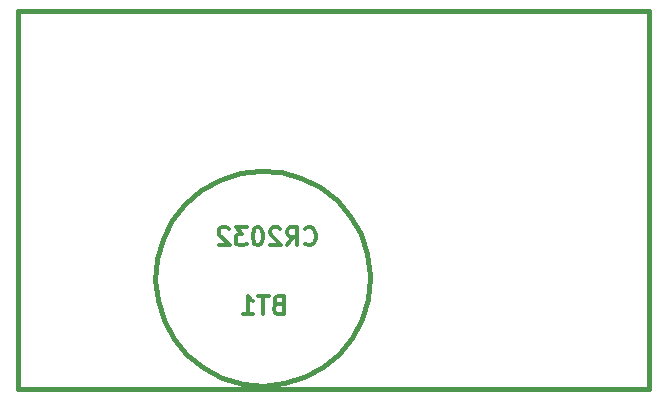
<source format=gbo>
G04 (created by PCBNEW-RS274X (2010-05-05 BZR 2356)-stable) date 3/07/2011 4:58:35 p.m.*
G01*
G70*
G90*
%MOIN*%
G04 Gerber Fmt 3.4, Leading zero omitted, Abs format*
%FSLAX34Y34*%
G04 APERTURE LIST*
%ADD10C,0.006000*%
%ADD11C,0.015000*%
%ADD12C,0.012000*%
G04 APERTURE END LIST*
G54D10*
G54D11*
X43307Y-33111D02*
X43307Y-20552D01*
X22283Y-33150D02*
X43307Y-33150D01*
X22283Y-20551D02*
X22283Y-33150D01*
X43307Y-20551D02*
X22283Y-20551D01*
X34016Y-29449D02*
X33947Y-30144D01*
X33745Y-30814D01*
X33417Y-31431D01*
X32975Y-31973D01*
X32436Y-32419D01*
X31821Y-32752D01*
X31153Y-32958D01*
X30458Y-33031D01*
X29762Y-32968D01*
X29091Y-32771D01*
X28472Y-32447D01*
X27927Y-32008D01*
X27477Y-31473D01*
X27140Y-30860D01*
X26929Y-30193D01*
X26851Y-29499D01*
X26909Y-28803D01*
X27102Y-28131D01*
X27422Y-27509D01*
X27856Y-26961D01*
X28389Y-26507D01*
X28999Y-26166D01*
X29664Y-25950D01*
X30358Y-25867D01*
X31055Y-25921D01*
X31728Y-26109D01*
X32352Y-26424D01*
X32903Y-26855D01*
X33360Y-27384D01*
X33706Y-27992D01*
X33926Y-28656D01*
X34014Y-29349D01*
X34016Y-29449D01*
G54D12*
X30943Y-30323D02*
X30857Y-30351D01*
X30829Y-30380D01*
X30800Y-30437D01*
X30800Y-30523D01*
X30829Y-30580D01*
X30857Y-30608D01*
X30915Y-30637D01*
X31143Y-30637D01*
X31143Y-30037D01*
X30943Y-30037D01*
X30886Y-30065D01*
X30857Y-30094D01*
X30829Y-30151D01*
X30829Y-30208D01*
X30857Y-30265D01*
X30886Y-30294D01*
X30943Y-30323D01*
X31143Y-30323D01*
X30629Y-30037D02*
X30286Y-30037D01*
X30457Y-30637D02*
X30457Y-30037D01*
X29772Y-30637D02*
X30115Y-30637D01*
X29943Y-30637D02*
X29943Y-30037D01*
X30000Y-30123D01*
X30058Y-30180D01*
X30115Y-30208D01*
X31846Y-28296D02*
X31875Y-28324D01*
X31961Y-28353D01*
X32018Y-28353D01*
X32103Y-28324D01*
X32161Y-28267D01*
X32189Y-28210D01*
X32218Y-28096D01*
X32218Y-28010D01*
X32189Y-27896D01*
X32161Y-27839D01*
X32103Y-27781D01*
X32018Y-27753D01*
X31961Y-27753D01*
X31875Y-27781D01*
X31846Y-27810D01*
X31246Y-28353D02*
X31446Y-28067D01*
X31589Y-28353D02*
X31589Y-27753D01*
X31361Y-27753D01*
X31303Y-27781D01*
X31275Y-27810D01*
X31246Y-27867D01*
X31246Y-27953D01*
X31275Y-28010D01*
X31303Y-28039D01*
X31361Y-28067D01*
X31589Y-28067D01*
X31018Y-27810D02*
X30989Y-27781D01*
X30932Y-27753D01*
X30789Y-27753D01*
X30732Y-27781D01*
X30703Y-27810D01*
X30675Y-27867D01*
X30675Y-27924D01*
X30703Y-28010D01*
X31046Y-28353D01*
X30675Y-28353D01*
X30304Y-27753D02*
X30247Y-27753D01*
X30190Y-27781D01*
X30161Y-27810D01*
X30132Y-27867D01*
X30104Y-27981D01*
X30104Y-28124D01*
X30132Y-28239D01*
X30161Y-28296D01*
X30190Y-28324D01*
X30247Y-28353D01*
X30304Y-28353D01*
X30361Y-28324D01*
X30390Y-28296D01*
X30418Y-28239D01*
X30447Y-28124D01*
X30447Y-27981D01*
X30418Y-27867D01*
X30390Y-27810D01*
X30361Y-27781D01*
X30304Y-27753D01*
X29904Y-27753D02*
X29533Y-27753D01*
X29733Y-27981D01*
X29647Y-27981D01*
X29590Y-28010D01*
X29561Y-28039D01*
X29533Y-28096D01*
X29533Y-28239D01*
X29561Y-28296D01*
X29590Y-28324D01*
X29647Y-28353D01*
X29819Y-28353D01*
X29876Y-28324D01*
X29904Y-28296D01*
X29305Y-27810D02*
X29276Y-27781D01*
X29219Y-27753D01*
X29076Y-27753D01*
X29019Y-27781D01*
X28990Y-27810D01*
X28962Y-27867D01*
X28962Y-27924D01*
X28990Y-28010D01*
X29333Y-28353D01*
X28962Y-28353D01*
M02*

</source>
